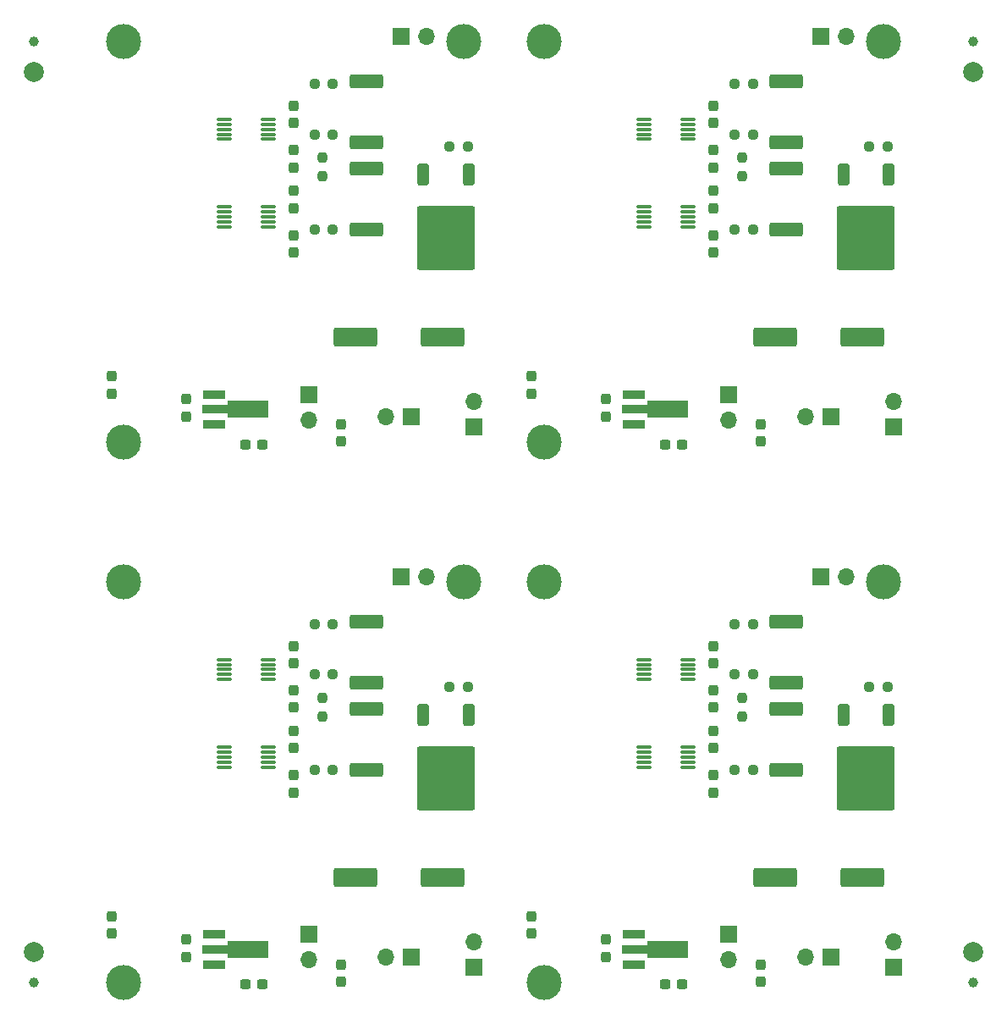
<source format=gts>
G04 #@! TF.GenerationSoftware,KiCad,Pcbnew,(7.0.0-0)*
G04 #@! TF.CreationDate,2023-05-05T23:00:16+10:00*
G04 #@! TF.ProjectId,panel,70616e65-6c2e-46b6-9963-61645f706362,rev?*
G04 #@! TF.SameCoordinates,Original*
G04 #@! TF.FileFunction,Soldermask,Top*
G04 #@! TF.FilePolarity,Negative*
%FSLAX46Y46*%
G04 Gerber Fmt 4.6, Leading zero omitted, Abs format (unit mm)*
G04 Created by KiCad (PCBNEW (7.0.0-0)) date 2023-05-05 23:00:16*
%MOMM*%
%LPD*%
G01*
G04 APERTURE LIST*
G04 Aperture macros list*
%AMRoundRect*
0 Rectangle with rounded corners*
0 $1 Rounding radius*
0 $2 $3 $4 $5 $6 $7 $8 $9 X,Y pos of 4 corners*
0 Add a 4 corners polygon primitive as box body*
4,1,4,$2,$3,$4,$5,$6,$7,$8,$9,$2,$3,0*
0 Add four circle primitives for the rounded corners*
1,1,$1+$1,$2,$3*
1,1,$1+$1,$4,$5*
1,1,$1+$1,$6,$7*
1,1,$1+$1,$8,$9*
0 Add four rect primitives between the rounded corners*
20,1,$1+$1,$2,$3,$4,$5,0*
20,1,$1+$1,$4,$5,$6,$7,0*
20,1,$1+$1,$6,$7,$8,$9,0*
20,1,$1+$1,$8,$9,$2,$3,0*%
%AMFreePoly0*
4,1,9,5.362500,-0.866500,1.237500,-0.866500,1.237500,-0.450000,-1.237500,-0.450000,-1.237500,0.450000,1.237500,0.450000,1.237500,0.866500,5.362500,0.866500,5.362500,-0.866500,5.362500,-0.866500,$1*%
G04 Aperture macros list end*
%ADD10C,1.000000*%
%ADD11RoundRect,0.075000X-0.650000X-0.075000X0.650000X-0.075000X0.650000X0.075000X-0.650000X0.075000X0*%
%ADD12C,2.000000*%
%ADD13RoundRect,0.237500X-0.237500X0.300000X-0.237500X-0.300000X0.237500X-0.300000X0.237500X0.300000X0*%
%ADD14R,1.700000X1.700000*%
%ADD15O,1.700000X1.700000*%
%ADD16RoundRect,0.237500X0.237500X-0.300000X0.237500X0.300000X-0.237500X0.300000X-0.237500X-0.300000X0*%
%ADD17R,2.300000X0.900000*%
%ADD18FreePoly0,0.000000*%
%ADD19RoundRect,0.237500X-0.250000X-0.237500X0.250000X-0.237500X0.250000X0.237500X-0.250000X0.237500X0*%
%ADD20RoundRect,0.250000X-1.950000X-0.700000X1.950000X-0.700000X1.950000X0.700000X-1.950000X0.700000X0*%
%ADD21RoundRect,0.249999X1.425001X-0.450001X1.425001X0.450001X-1.425001X0.450001X-1.425001X-0.450001X0*%
%ADD22RoundRect,0.250000X-0.350000X0.850000X-0.350000X-0.850000X0.350000X-0.850000X0.350000X0.850000X0*%
%ADD23RoundRect,0.249997X-2.650003X2.950003X-2.650003X-2.950003X2.650003X-2.950003X2.650003X2.950003X0*%
%ADD24RoundRect,0.237500X0.237500X-0.250000X0.237500X0.250000X-0.237500X0.250000X-0.237500X-0.250000X0*%
%ADD25RoundRect,0.237500X0.250000X0.237500X-0.250000X0.237500X-0.250000X-0.237500X0.250000X-0.237500X0*%
%ADD26RoundRect,0.237500X-0.300000X-0.237500X0.300000X-0.237500X0.300000X0.237500X-0.300000X0.237500X0*%
%ADD27C,2.600000*%
%ADD28C,3.500000*%
G04 APERTURE END LIST*
D10*
X101500000Y-23000000D03*
D11*
X162550000Y-39500000D03*
X162550000Y-40000000D03*
X162550000Y-40500000D03*
X162550000Y-41000000D03*
X162550000Y-41500000D03*
X166950000Y-41500000D03*
X166950000Y-41000000D03*
X166950000Y-40500000D03*
X166950000Y-40000000D03*
X166950000Y-39500000D03*
X162550000Y-93500000D03*
X162550000Y-94000000D03*
X162550000Y-94500000D03*
X162550000Y-95000000D03*
X162550000Y-95500000D03*
X166950000Y-95500000D03*
X166950000Y-95000000D03*
X166950000Y-94500000D03*
X166950000Y-94000000D03*
X166950000Y-93500000D03*
X120550000Y-39500000D03*
X120550000Y-40000000D03*
X120550000Y-40500000D03*
X120550000Y-41000000D03*
X120550000Y-41500000D03*
X124950000Y-41500000D03*
X124950000Y-41000000D03*
X124950000Y-40500000D03*
X124950000Y-40000000D03*
X124950000Y-39500000D03*
X120550000Y-93500000D03*
X120550000Y-94000000D03*
X120550000Y-94500000D03*
X120550000Y-95000000D03*
X120550000Y-95500000D03*
X124950000Y-95500000D03*
X124950000Y-95000000D03*
X124950000Y-94500000D03*
X124950000Y-94000000D03*
X124950000Y-93500000D03*
X162550000Y-84750000D03*
X162550000Y-85250000D03*
X162550000Y-85750000D03*
X162550000Y-86250000D03*
X162550000Y-86750000D03*
X166950000Y-86750000D03*
X166950000Y-86250000D03*
X166950000Y-85750000D03*
X166950000Y-85250000D03*
X166950000Y-84750000D03*
X120550000Y-30750000D03*
X120550000Y-31250000D03*
X120550000Y-31750000D03*
X120550000Y-32250000D03*
X120550000Y-32750000D03*
X124950000Y-32750000D03*
X124950000Y-32250000D03*
X124950000Y-31750000D03*
X124950000Y-31250000D03*
X124950000Y-30750000D03*
X120550000Y-84750000D03*
X120550000Y-85250000D03*
X120550000Y-85750000D03*
X120550000Y-86250000D03*
X120550000Y-86750000D03*
X124950000Y-86750000D03*
X124950000Y-86250000D03*
X124950000Y-85750000D03*
X124950000Y-85250000D03*
X124950000Y-84750000D03*
X162550000Y-30750000D03*
X162550000Y-31250000D03*
X162550000Y-31750000D03*
X162550000Y-32250000D03*
X162550000Y-32750000D03*
X166950000Y-32750000D03*
X166950000Y-32250000D03*
X166950000Y-31750000D03*
X166950000Y-31250000D03*
X166950000Y-30750000D03*
D10*
X195500000Y-117000000D03*
D12*
X101500000Y-114000000D03*
D13*
X174250000Y-61250000D03*
X174250000Y-62975000D03*
X174250000Y-115250000D03*
X174250000Y-116975000D03*
X132250000Y-61250000D03*
X132250000Y-62975000D03*
X132250000Y-115250000D03*
X132250000Y-116975000D03*
D14*
X180249999Y-22499999D03*
D15*
X182789999Y-22499999D03*
D14*
X180249999Y-76499999D03*
D15*
X182789999Y-76499999D03*
D14*
X138249999Y-22499999D03*
D15*
X140789999Y-22499999D03*
D14*
X138249999Y-76499999D03*
D15*
X140789999Y-76499999D03*
D16*
X169500000Y-35562500D03*
X169500000Y-33837500D03*
X169500000Y-89562500D03*
X169500000Y-87837500D03*
X127500000Y-35562500D03*
X127500000Y-33837500D03*
X127500000Y-89562500D03*
X127500000Y-87837500D03*
D17*
X161549999Y-58249999D03*
D18*
X161637500Y-59750000D03*
D17*
X161549999Y-61249999D03*
X161549999Y-112249999D03*
D18*
X161637500Y-113750000D03*
D17*
X161549999Y-115249999D03*
X119549999Y-58249999D03*
D18*
X119637500Y-59750000D03*
D17*
X119549999Y-61249999D03*
X119549999Y-112249999D03*
D18*
X119637500Y-113750000D03*
D17*
X119549999Y-115249999D03*
D13*
X169500000Y-37887500D03*
X169500000Y-39612500D03*
X169500000Y-91887500D03*
X169500000Y-93612500D03*
X127500000Y-37887500D03*
X127500000Y-39612500D03*
X127500000Y-91887500D03*
X127500000Y-93612500D03*
D16*
X158750000Y-60462500D03*
X158750000Y-58737500D03*
X158750000Y-114462500D03*
X158750000Y-112737500D03*
X116750000Y-60462500D03*
X116750000Y-58737500D03*
X116750000Y-114462500D03*
X116750000Y-112737500D03*
D13*
X151250000Y-56440000D03*
X151250000Y-58165000D03*
X151250000Y-110440000D03*
X151250000Y-112165000D03*
X109250000Y-56440000D03*
X109250000Y-58165000D03*
X109250000Y-110440000D03*
X109250000Y-112165000D03*
D10*
X101500000Y-117000000D03*
D14*
X181274999Y-60499999D03*
D15*
X178734999Y-60499999D03*
D14*
X181274999Y-114499999D03*
D15*
X178734999Y-114499999D03*
D14*
X139274999Y-60499999D03*
D15*
X136734999Y-60499999D03*
D14*
X139274999Y-114499999D03*
D15*
X136734999Y-114499999D03*
D19*
X171587500Y-27250000D03*
X173412500Y-27250000D03*
X171587500Y-81250000D03*
X173412500Y-81250000D03*
X129587500Y-27250000D03*
X131412500Y-27250000D03*
X129587500Y-81250000D03*
X131412500Y-81250000D03*
X171587500Y-32250000D03*
X173412500Y-32250000D03*
X171587500Y-86250000D03*
X173412500Y-86250000D03*
X129587500Y-32250000D03*
X131412500Y-32250000D03*
X129587500Y-86250000D03*
X131412500Y-86250000D03*
D14*
X187474999Y-61499999D03*
D15*
X187474999Y-58959999D03*
D14*
X187474999Y-115499999D03*
D15*
X187474999Y-112959999D03*
D14*
X145474999Y-61499999D03*
D15*
X145474999Y-58959999D03*
D14*
X145474999Y-115499999D03*
D15*
X145474999Y-112959999D03*
D20*
X175650000Y-52500000D03*
X184350000Y-52500000D03*
X175650000Y-106500000D03*
X184350000Y-106500000D03*
X133650000Y-52500000D03*
X142350000Y-52500000D03*
X133650000Y-106500000D03*
X142350000Y-106500000D03*
D13*
X169500000Y-29387500D03*
X169500000Y-31112500D03*
X169500000Y-83387500D03*
X169500000Y-85112500D03*
X127500000Y-29387500D03*
X127500000Y-31112500D03*
X127500000Y-83387500D03*
X127500000Y-85112500D03*
D16*
X169500000Y-44062500D03*
X169500000Y-42337500D03*
X169500000Y-98062500D03*
X169500000Y-96337500D03*
X127500000Y-44062500D03*
X127500000Y-42337500D03*
X127500000Y-98062500D03*
X127500000Y-96337500D03*
D21*
X176750000Y-41800000D03*
X176750000Y-35700000D03*
X176750000Y-95800000D03*
X176750000Y-89700000D03*
X134750000Y-41800000D03*
X134750000Y-35700000D03*
X134750000Y-95800000D03*
X134750000Y-89700000D03*
D22*
X187030000Y-36300000D03*
D23*
X184750000Y-42600000D03*
D22*
X182470000Y-36300000D03*
X187030000Y-90300000D03*
D23*
X184750000Y-96600000D03*
D22*
X182470000Y-90300000D03*
X145030000Y-36300000D03*
D23*
X142750000Y-42600000D03*
D22*
X140470000Y-36300000D03*
X145030000Y-90300000D03*
D23*
X142750000Y-96600000D03*
D22*
X140470000Y-90300000D03*
D19*
X171587500Y-41750000D03*
X173412500Y-41750000D03*
X171587500Y-95750000D03*
X173412500Y-95750000D03*
X129587500Y-41750000D03*
X131412500Y-41750000D03*
X129587500Y-95750000D03*
X131412500Y-95750000D03*
D24*
X172320000Y-36432500D03*
X172320000Y-34607500D03*
X172320000Y-90432500D03*
X172320000Y-88607500D03*
X130320000Y-36432500D03*
X130320000Y-34607500D03*
X130320000Y-90432500D03*
X130320000Y-88607500D03*
D14*
X171024999Y-58249999D03*
D15*
X171024999Y-60789999D03*
D14*
X171024999Y-112249999D03*
D15*
X171024999Y-114789999D03*
D14*
X129024999Y-58249999D03*
D15*
X129024999Y-60789999D03*
D14*
X129024999Y-112249999D03*
D15*
X129024999Y-114789999D03*
D25*
X186912500Y-33500000D03*
X185087500Y-33500000D03*
X186912500Y-87500000D03*
X185087500Y-87500000D03*
X144912500Y-33500000D03*
X143087500Y-33500000D03*
X144912500Y-87500000D03*
X143087500Y-87500000D03*
D10*
X195500000Y-23000000D03*
D12*
X195500000Y-26000000D03*
D21*
X176750000Y-33050000D03*
X176750000Y-26950000D03*
X176750000Y-87050000D03*
X176750000Y-80950000D03*
X134750000Y-33050000D03*
X134750000Y-26950000D03*
X134750000Y-87050000D03*
X134750000Y-80950000D03*
D26*
X164637500Y-63250000D03*
X166362500Y-63250000D03*
X164637500Y-117250000D03*
X166362500Y-117250000D03*
X122637500Y-63250000D03*
X124362500Y-63250000D03*
X122637500Y-117250000D03*
X124362500Y-117250000D03*
D12*
X195500000Y-114000000D03*
X101500000Y-26000000D03*
D27*
X152500000Y-63000000D03*
D28*
X152500000Y-63000000D03*
D27*
X152500000Y-117000000D03*
D28*
X152500000Y-117000000D03*
D27*
X110500000Y-63000000D03*
D28*
X110500000Y-63000000D03*
D27*
X110500000Y-117000000D03*
D28*
X110500000Y-117000000D03*
D27*
X186500000Y-23000000D03*
D28*
X186500000Y-23000000D03*
D27*
X186500000Y-77000000D03*
D28*
X186500000Y-77000000D03*
D27*
X144500000Y-23000000D03*
D28*
X144500000Y-23000000D03*
D27*
X144500000Y-77000000D03*
D28*
X144500000Y-77000000D03*
D27*
X152500000Y-23000000D03*
D28*
X152500000Y-23000000D03*
D27*
X152500000Y-77000000D03*
D28*
X152500000Y-77000000D03*
D27*
X110500000Y-23000000D03*
D28*
X110500000Y-23000000D03*
D27*
X110500000Y-77000000D03*
D28*
X110500000Y-77000000D03*
M02*

</source>
